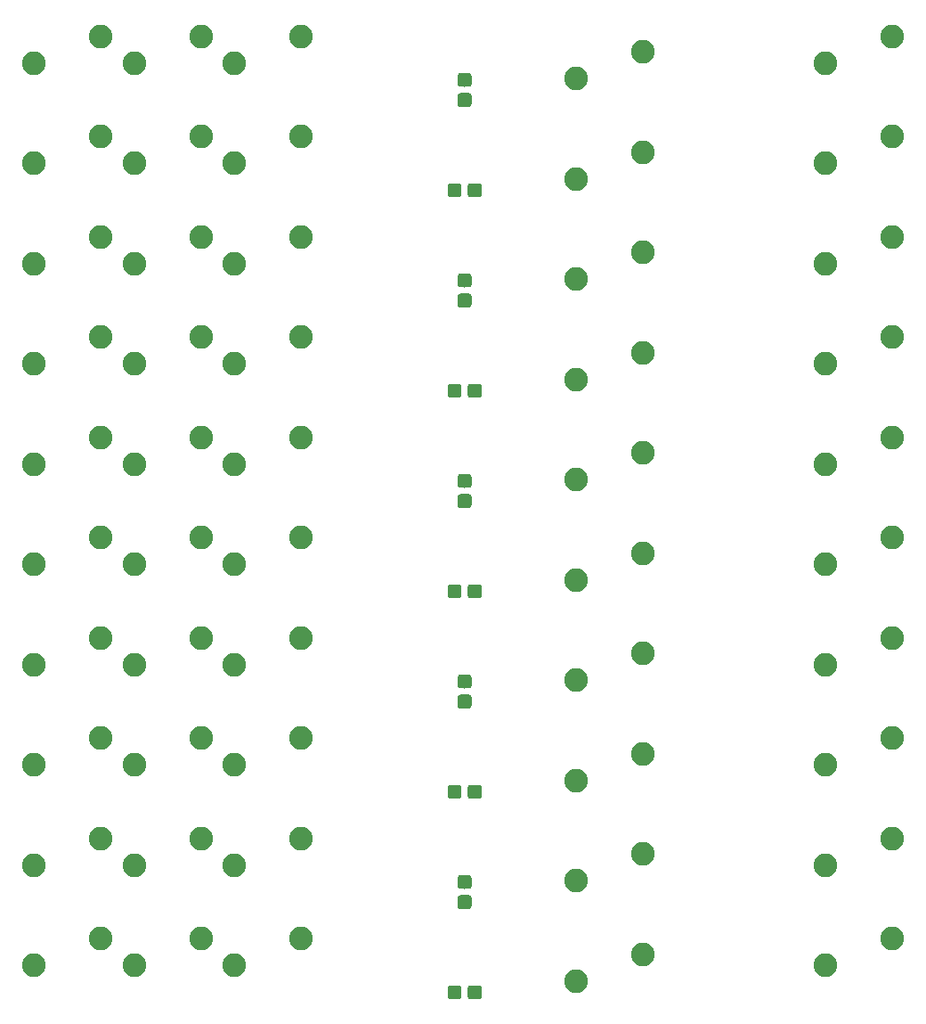
<source format=gbr>
G04 #@! TF.GenerationSoftware,KiCad,Pcbnew,(5.1.4)-1*
G04 #@! TF.CreationDate,2019-09-06T01:52:25-07:00*
G04 #@! TF.ProjectId,testing footprints,74657374-696e-4672-9066-6f6f74707269,rev?*
G04 #@! TF.SameCoordinates,Original*
G04 #@! TF.FileFunction,Copper,L1,Top*
G04 #@! TF.FilePolarity,Positive*
%FSLAX46Y46*%
G04 Gerber Fmt 4.6, Leading zero omitted, Abs format (unit mm)*
G04 Created by KiCad (PCBNEW (5.1.4)-1) date 2019-09-06 01:52:25*
%MOMM*%
%LPD*%
G04 APERTURE LIST*
%ADD10C,2.250000*%
%ADD11C,0.100000*%
%ADD12C,1.300000*%
G04 APERTURE END LIST*
D10*
X13015000Y-4445000D03*
X6665000Y-6985000D03*
X32065000Y-4445000D03*
X25715000Y-6985000D03*
X16190000Y-6985000D03*
X22540000Y-4445000D03*
X22540000Y-90170000D03*
X16190000Y-92710000D03*
X25715000Y-92710000D03*
X32065000Y-90170000D03*
X6665000Y-92710000D03*
X13015000Y-90170000D03*
X13015000Y-80645000D03*
X6665000Y-83185000D03*
X32065000Y-80645000D03*
X25715000Y-83185000D03*
X16190000Y-83185000D03*
X22540000Y-80645000D03*
X13015000Y-71120000D03*
X6665000Y-73660000D03*
X32065000Y-71120000D03*
X25715000Y-73660000D03*
X16190000Y-73660000D03*
X22540000Y-71120000D03*
X22540000Y-61595000D03*
X16190000Y-64135000D03*
X25715000Y-64135000D03*
X32065000Y-61595000D03*
X6665000Y-64135000D03*
X13015000Y-61595000D03*
X22540000Y-52070000D03*
X16190000Y-54610000D03*
X25715000Y-54610000D03*
X32065000Y-52070000D03*
X6665000Y-54610000D03*
X13015000Y-52070000D03*
X13015000Y-42545000D03*
X6665000Y-45085000D03*
X32065000Y-42545000D03*
X25715000Y-45085000D03*
X16190000Y-45085000D03*
X22540000Y-42545000D03*
X13015000Y-33020000D03*
X6665000Y-35560000D03*
X32065000Y-33020000D03*
X25715000Y-35560000D03*
X16190000Y-35560000D03*
X22540000Y-33020000D03*
X22540000Y-23495000D03*
X16190000Y-26035000D03*
X25715000Y-26035000D03*
X32065000Y-23495000D03*
X6665000Y-26035000D03*
X13015000Y-23495000D03*
X22540000Y-13970000D03*
X16190000Y-16510000D03*
X25715000Y-16510000D03*
X32065000Y-13970000D03*
X6665000Y-16510000D03*
X13015000Y-13970000D03*
X64540000Y-91645000D03*
X58190000Y-94185000D03*
X58190000Y-75135000D03*
X64540000Y-72595000D03*
X64540000Y-53545000D03*
X58190000Y-56085000D03*
X58190000Y-17985000D03*
X64540000Y-15445000D03*
X64540000Y-34495000D03*
X58190000Y-37035000D03*
X58190000Y-84660000D03*
X64540000Y-82120000D03*
X64540000Y-5920000D03*
X58190000Y-8460000D03*
X64540000Y-24970000D03*
X58190000Y-27510000D03*
X64540000Y-63070000D03*
X58190000Y-65610000D03*
X58190000Y-46560000D03*
X64540000Y-44020000D03*
X81915000Y-92710000D03*
X88265000Y-90170000D03*
X88265000Y-71120000D03*
X81915000Y-73660000D03*
X81915000Y-54610000D03*
X88265000Y-52070000D03*
X81915000Y-35560000D03*
X88265000Y-33020000D03*
X88265000Y-13970000D03*
X81915000Y-16510000D03*
D11*
G36*
X47099504Y-94601204D02*
G01*
X47123773Y-94604804D01*
X47147571Y-94610765D01*
X47170671Y-94619030D01*
X47192849Y-94629520D01*
X47213893Y-94642133D01*
X47233598Y-94656747D01*
X47251777Y-94673223D01*
X47268253Y-94691402D01*
X47282867Y-94711107D01*
X47295480Y-94732151D01*
X47305970Y-94754329D01*
X47314235Y-94777429D01*
X47320196Y-94801227D01*
X47323796Y-94825496D01*
X47325000Y-94850000D01*
X47325000Y-95650000D01*
X47323796Y-95674504D01*
X47320196Y-95698773D01*
X47314235Y-95722571D01*
X47305970Y-95745671D01*
X47295480Y-95767849D01*
X47282867Y-95788893D01*
X47268253Y-95808598D01*
X47251777Y-95826777D01*
X47233598Y-95843253D01*
X47213893Y-95857867D01*
X47192849Y-95870480D01*
X47170671Y-95880970D01*
X47147571Y-95889235D01*
X47123773Y-95895196D01*
X47099504Y-95898796D01*
X47075000Y-95900000D01*
X46250000Y-95900000D01*
X46225496Y-95898796D01*
X46201227Y-95895196D01*
X46177429Y-95889235D01*
X46154329Y-95880970D01*
X46132151Y-95870480D01*
X46111107Y-95857867D01*
X46091402Y-95843253D01*
X46073223Y-95826777D01*
X46056747Y-95808598D01*
X46042133Y-95788893D01*
X46029520Y-95767849D01*
X46019030Y-95745671D01*
X46010765Y-95722571D01*
X46004804Y-95698773D01*
X46001204Y-95674504D01*
X46000000Y-95650000D01*
X46000000Y-94850000D01*
X46001204Y-94825496D01*
X46004804Y-94801227D01*
X46010765Y-94777429D01*
X46019030Y-94754329D01*
X46029520Y-94732151D01*
X46042133Y-94711107D01*
X46056747Y-94691402D01*
X46073223Y-94673223D01*
X46091402Y-94656747D01*
X46111107Y-94642133D01*
X46132151Y-94629520D01*
X46154329Y-94619030D01*
X46177429Y-94610765D01*
X46201227Y-94604804D01*
X46225496Y-94601204D01*
X46250000Y-94600000D01*
X47075000Y-94600000D01*
X47099504Y-94601204D01*
X47099504Y-94601204D01*
G37*
D12*
X46662500Y-95250000D03*
D11*
G36*
X49024504Y-94601204D02*
G01*
X49048773Y-94604804D01*
X49072571Y-94610765D01*
X49095671Y-94619030D01*
X49117849Y-94629520D01*
X49138893Y-94642133D01*
X49158598Y-94656747D01*
X49176777Y-94673223D01*
X49193253Y-94691402D01*
X49207867Y-94711107D01*
X49220480Y-94732151D01*
X49230970Y-94754329D01*
X49239235Y-94777429D01*
X49245196Y-94801227D01*
X49248796Y-94825496D01*
X49250000Y-94850000D01*
X49250000Y-95650000D01*
X49248796Y-95674504D01*
X49245196Y-95698773D01*
X49239235Y-95722571D01*
X49230970Y-95745671D01*
X49220480Y-95767849D01*
X49207867Y-95788893D01*
X49193253Y-95808598D01*
X49176777Y-95826777D01*
X49158598Y-95843253D01*
X49138893Y-95857867D01*
X49117849Y-95870480D01*
X49095671Y-95880970D01*
X49072571Y-95889235D01*
X49048773Y-95895196D01*
X49024504Y-95898796D01*
X49000000Y-95900000D01*
X48175000Y-95900000D01*
X48150496Y-95898796D01*
X48126227Y-95895196D01*
X48102429Y-95889235D01*
X48079329Y-95880970D01*
X48057151Y-95870480D01*
X48036107Y-95857867D01*
X48016402Y-95843253D01*
X47998223Y-95826777D01*
X47981747Y-95808598D01*
X47967133Y-95788893D01*
X47954520Y-95767849D01*
X47944030Y-95745671D01*
X47935765Y-95722571D01*
X47929804Y-95698773D01*
X47926204Y-95674504D01*
X47925000Y-95650000D01*
X47925000Y-94850000D01*
X47926204Y-94825496D01*
X47929804Y-94801227D01*
X47935765Y-94777429D01*
X47944030Y-94754329D01*
X47954520Y-94732151D01*
X47967133Y-94711107D01*
X47981747Y-94691402D01*
X47998223Y-94673223D01*
X48016402Y-94656747D01*
X48036107Y-94642133D01*
X48057151Y-94629520D01*
X48079329Y-94619030D01*
X48102429Y-94610765D01*
X48126227Y-94604804D01*
X48150496Y-94601204D01*
X48175000Y-94600000D01*
X49000000Y-94600000D01*
X49024504Y-94601204D01*
X49024504Y-94601204D01*
G37*
D12*
X48587500Y-95250000D03*
D11*
G36*
X48049504Y-66976204D02*
G01*
X48073773Y-66979804D01*
X48097571Y-66985765D01*
X48120671Y-66994030D01*
X48142849Y-67004520D01*
X48163893Y-67017133D01*
X48183598Y-67031747D01*
X48201777Y-67048223D01*
X48218253Y-67066402D01*
X48232867Y-67086107D01*
X48245480Y-67107151D01*
X48255970Y-67129329D01*
X48264235Y-67152429D01*
X48270196Y-67176227D01*
X48273796Y-67200496D01*
X48275000Y-67225000D01*
X48275000Y-68050000D01*
X48273796Y-68074504D01*
X48270196Y-68098773D01*
X48264235Y-68122571D01*
X48255970Y-68145671D01*
X48245480Y-68167849D01*
X48232867Y-68188893D01*
X48218253Y-68208598D01*
X48201777Y-68226777D01*
X48183598Y-68243253D01*
X48163893Y-68257867D01*
X48142849Y-68270480D01*
X48120671Y-68280970D01*
X48097571Y-68289235D01*
X48073773Y-68295196D01*
X48049504Y-68298796D01*
X48025000Y-68300000D01*
X47225000Y-68300000D01*
X47200496Y-68298796D01*
X47176227Y-68295196D01*
X47152429Y-68289235D01*
X47129329Y-68280970D01*
X47107151Y-68270480D01*
X47086107Y-68257867D01*
X47066402Y-68243253D01*
X47048223Y-68226777D01*
X47031747Y-68208598D01*
X47017133Y-68188893D01*
X47004520Y-68167849D01*
X46994030Y-68145671D01*
X46985765Y-68122571D01*
X46979804Y-68098773D01*
X46976204Y-68074504D01*
X46975000Y-68050000D01*
X46975000Y-67225000D01*
X46976204Y-67200496D01*
X46979804Y-67176227D01*
X46985765Y-67152429D01*
X46994030Y-67129329D01*
X47004520Y-67107151D01*
X47017133Y-67086107D01*
X47031747Y-67066402D01*
X47048223Y-67048223D01*
X47066402Y-67031747D01*
X47086107Y-67017133D01*
X47107151Y-67004520D01*
X47129329Y-66994030D01*
X47152429Y-66985765D01*
X47176227Y-66979804D01*
X47200496Y-66976204D01*
X47225000Y-66975000D01*
X48025000Y-66975000D01*
X48049504Y-66976204D01*
X48049504Y-66976204D01*
G37*
D12*
X47625000Y-67637500D03*
D11*
G36*
X48049504Y-65051204D02*
G01*
X48073773Y-65054804D01*
X48097571Y-65060765D01*
X48120671Y-65069030D01*
X48142849Y-65079520D01*
X48163893Y-65092133D01*
X48183598Y-65106747D01*
X48201777Y-65123223D01*
X48218253Y-65141402D01*
X48232867Y-65161107D01*
X48245480Y-65182151D01*
X48255970Y-65204329D01*
X48264235Y-65227429D01*
X48270196Y-65251227D01*
X48273796Y-65275496D01*
X48275000Y-65300000D01*
X48275000Y-66125000D01*
X48273796Y-66149504D01*
X48270196Y-66173773D01*
X48264235Y-66197571D01*
X48255970Y-66220671D01*
X48245480Y-66242849D01*
X48232867Y-66263893D01*
X48218253Y-66283598D01*
X48201777Y-66301777D01*
X48183598Y-66318253D01*
X48163893Y-66332867D01*
X48142849Y-66345480D01*
X48120671Y-66355970D01*
X48097571Y-66364235D01*
X48073773Y-66370196D01*
X48049504Y-66373796D01*
X48025000Y-66375000D01*
X47225000Y-66375000D01*
X47200496Y-66373796D01*
X47176227Y-66370196D01*
X47152429Y-66364235D01*
X47129329Y-66355970D01*
X47107151Y-66345480D01*
X47086107Y-66332867D01*
X47066402Y-66318253D01*
X47048223Y-66301777D01*
X47031747Y-66283598D01*
X47017133Y-66263893D01*
X47004520Y-66242849D01*
X46994030Y-66220671D01*
X46985765Y-66197571D01*
X46979804Y-66173773D01*
X46976204Y-66149504D01*
X46975000Y-66125000D01*
X46975000Y-65300000D01*
X46976204Y-65275496D01*
X46979804Y-65251227D01*
X46985765Y-65227429D01*
X46994030Y-65204329D01*
X47004520Y-65182151D01*
X47017133Y-65161107D01*
X47031747Y-65141402D01*
X47048223Y-65123223D01*
X47066402Y-65106747D01*
X47086107Y-65092133D01*
X47107151Y-65079520D01*
X47129329Y-65069030D01*
X47152429Y-65060765D01*
X47176227Y-65054804D01*
X47200496Y-65051204D01*
X47225000Y-65050000D01*
X48025000Y-65050000D01*
X48049504Y-65051204D01*
X48049504Y-65051204D01*
G37*
D12*
X47625000Y-65712500D03*
D11*
G36*
X47099504Y-56501204D02*
G01*
X47123773Y-56504804D01*
X47147571Y-56510765D01*
X47170671Y-56519030D01*
X47192849Y-56529520D01*
X47213893Y-56542133D01*
X47233598Y-56556747D01*
X47251777Y-56573223D01*
X47268253Y-56591402D01*
X47282867Y-56611107D01*
X47295480Y-56632151D01*
X47305970Y-56654329D01*
X47314235Y-56677429D01*
X47320196Y-56701227D01*
X47323796Y-56725496D01*
X47325000Y-56750000D01*
X47325000Y-57550000D01*
X47323796Y-57574504D01*
X47320196Y-57598773D01*
X47314235Y-57622571D01*
X47305970Y-57645671D01*
X47295480Y-57667849D01*
X47282867Y-57688893D01*
X47268253Y-57708598D01*
X47251777Y-57726777D01*
X47233598Y-57743253D01*
X47213893Y-57757867D01*
X47192849Y-57770480D01*
X47170671Y-57780970D01*
X47147571Y-57789235D01*
X47123773Y-57795196D01*
X47099504Y-57798796D01*
X47075000Y-57800000D01*
X46250000Y-57800000D01*
X46225496Y-57798796D01*
X46201227Y-57795196D01*
X46177429Y-57789235D01*
X46154329Y-57780970D01*
X46132151Y-57770480D01*
X46111107Y-57757867D01*
X46091402Y-57743253D01*
X46073223Y-57726777D01*
X46056747Y-57708598D01*
X46042133Y-57688893D01*
X46029520Y-57667849D01*
X46019030Y-57645671D01*
X46010765Y-57622571D01*
X46004804Y-57598773D01*
X46001204Y-57574504D01*
X46000000Y-57550000D01*
X46000000Y-56750000D01*
X46001204Y-56725496D01*
X46004804Y-56701227D01*
X46010765Y-56677429D01*
X46019030Y-56654329D01*
X46029520Y-56632151D01*
X46042133Y-56611107D01*
X46056747Y-56591402D01*
X46073223Y-56573223D01*
X46091402Y-56556747D01*
X46111107Y-56542133D01*
X46132151Y-56529520D01*
X46154329Y-56519030D01*
X46177429Y-56510765D01*
X46201227Y-56504804D01*
X46225496Y-56501204D01*
X46250000Y-56500000D01*
X47075000Y-56500000D01*
X47099504Y-56501204D01*
X47099504Y-56501204D01*
G37*
D12*
X46662500Y-57150000D03*
D11*
G36*
X49024504Y-56501204D02*
G01*
X49048773Y-56504804D01*
X49072571Y-56510765D01*
X49095671Y-56519030D01*
X49117849Y-56529520D01*
X49138893Y-56542133D01*
X49158598Y-56556747D01*
X49176777Y-56573223D01*
X49193253Y-56591402D01*
X49207867Y-56611107D01*
X49220480Y-56632151D01*
X49230970Y-56654329D01*
X49239235Y-56677429D01*
X49245196Y-56701227D01*
X49248796Y-56725496D01*
X49250000Y-56750000D01*
X49250000Y-57550000D01*
X49248796Y-57574504D01*
X49245196Y-57598773D01*
X49239235Y-57622571D01*
X49230970Y-57645671D01*
X49220480Y-57667849D01*
X49207867Y-57688893D01*
X49193253Y-57708598D01*
X49176777Y-57726777D01*
X49158598Y-57743253D01*
X49138893Y-57757867D01*
X49117849Y-57770480D01*
X49095671Y-57780970D01*
X49072571Y-57789235D01*
X49048773Y-57795196D01*
X49024504Y-57798796D01*
X49000000Y-57800000D01*
X48175000Y-57800000D01*
X48150496Y-57798796D01*
X48126227Y-57795196D01*
X48102429Y-57789235D01*
X48079329Y-57780970D01*
X48057151Y-57770480D01*
X48036107Y-57757867D01*
X48016402Y-57743253D01*
X47998223Y-57726777D01*
X47981747Y-57708598D01*
X47967133Y-57688893D01*
X47954520Y-57667849D01*
X47944030Y-57645671D01*
X47935765Y-57622571D01*
X47929804Y-57598773D01*
X47926204Y-57574504D01*
X47925000Y-57550000D01*
X47925000Y-56750000D01*
X47926204Y-56725496D01*
X47929804Y-56701227D01*
X47935765Y-56677429D01*
X47944030Y-56654329D01*
X47954520Y-56632151D01*
X47967133Y-56611107D01*
X47981747Y-56591402D01*
X47998223Y-56573223D01*
X48016402Y-56556747D01*
X48036107Y-56542133D01*
X48057151Y-56529520D01*
X48079329Y-56519030D01*
X48102429Y-56510765D01*
X48126227Y-56504804D01*
X48150496Y-56501204D01*
X48175000Y-56500000D01*
X49000000Y-56500000D01*
X49024504Y-56501204D01*
X49024504Y-56501204D01*
G37*
D12*
X48587500Y-57150000D03*
D11*
G36*
X49024504Y-37451204D02*
G01*
X49048773Y-37454804D01*
X49072571Y-37460765D01*
X49095671Y-37469030D01*
X49117849Y-37479520D01*
X49138893Y-37492133D01*
X49158598Y-37506747D01*
X49176777Y-37523223D01*
X49193253Y-37541402D01*
X49207867Y-37561107D01*
X49220480Y-37582151D01*
X49230970Y-37604329D01*
X49239235Y-37627429D01*
X49245196Y-37651227D01*
X49248796Y-37675496D01*
X49250000Y-37700000D01*
X49250000Y-38500000D01*
X49248796Y-38524504D01*
X49245196Y-38548773D01*
X49239235Y-38572571D01*
X49230970Y-38595671D01*
X49220480Y-38617849D01*
X49207867Y-38638893D01*
X49193253Y-38658598D01*
X49176777Y-38676777D01*
X49158598Y-38693253D01*
X49138893Y-38707867D01*
X49117849Y-38720480D01*
X49095671Y-38730970D01*
X49072571Y-38739235D01*
X49048773Y-38745196D01*
X49024504Y-38748796D01*
X49000000Y-38750000D01*
X48175000Y-38750000D01*
X48150496Y-38748796D01*
X48126227Y-38745196D01*
X48102429Y-38739235D01*
X48079329Y-38730970D01*
X48057151Y-38720480D01*
X48036107Y-38707867D01*
X48016402Y-38693253D01*
X47998223Y-38676777D01*
X47981747Y-38658598D01*
X47967133Y-38638893D01*
X47954520Y-38617849D01*
X47944030Y-38595671D01*
X47935765Y-38572571D01*
X47929804Y-38548773D01*
X47926204Y-38524504D01*
X47925000Y-38500000D01*
X47925000Y-37700000D01*
X47926204Y-37675496D01*
X47929804Y-37651227D01*
X47935765Y-37627429D01*
X47944030Y-37604329D01*
X47954520Y-37582151D01*
X47967133Y-37561107D01*
X47981747Y-37541402D01*
X47998223Y-37523223D01*
X48016402Y-37506747D01*
X48036107Y-37492133D01*
X48057151Y-37479520D01*
X48079329Y-37469030D01*
X48102429Y-37460765D01*
X48126227Y-37454804D01*
X48150496Y-37451204D01*
X48175000Y-37450000D01*
X49000000Y-37450000D01*
X49024504Y-37451204D01*
X49024504Y-37451204D01*
G37*
D12*
X48587500Y-38100000D03*
D11*
G36*
X47099504Y-37451204D02*
G01*
X47123773Y-37454804D01*
X47147571Y-37460765D01*
X47170671Y-37469030D01*
X47192849Y-37479520D01*
X47213893Y-37492133D01*
X47233598Y-37506747D01*
X47251777Y-37523223D01*
X47268253Y-37541402D01*
X47282867Y-37561107D01*
X47295480Y-37582151D01*
X47305970Y-37604329D01*
X47314235Y-37627429D01*
X47320196Y-37651227D01*
X47323796Y-37675496D01*
X47325000Y-37700000D01*
X47325000Y-38500000D01*
X47323796Y-38524504D01*
X47320196Y-38548773D01*
X47314235Y-38572571D01*
X47305970Y-38595671D01*
X47295480Y-38617849D01*
X47282867Y-38638893D01*
X47268253Y-38658598D01*
X47251777Y-38676777D01*
X47233598Y-38693253D01*
X47213893Y-38707867D01*
X47192849Y-38720480D01*
X47170671Y-38730970D01*
X47147571Y-38739235D01*
X47123773Y-38745196D01*
X47099504Y-38748796D01*
X47075000Y-38750000D01*
X46250000Y-38750000D01*
X46225496Y-38748796D01*
X46201227Y-38745196D01*
X46177429Y-38739235D01*
X46154329Y-38730970D01*
X46132151Y-38720480D01*
X46111107Y-38707867D01*
X46091402Y-38693253D01*
X46073223Y-38676777D01*
X46056747Y-38658598D01*
X46042133Y-38638893D01*
X46029520Y-38617849D01*
X46019030Y-38595671D01*
X46010765Y-38572571D01*
X46004804Y-38548773D01*
X46001204Y-38524504D01*
X46000000Y-38500000D01*
X46000000Y-37700000D01*
X46001204Y-37675496D01*
X46004804Y-37651227D01*
X46010765Y-37627429D01*
X46019030Y-37604329D01*
X46029520Y-37582151D01*
X46042133Y-37561107D01*
X46056747Y-37541402D01*
X46073223Y-37523223D01*
X46091402Y-37506747D01*
X46111107Y-37492133D01*
X46132151Y-37479520D01*
X46154329Y-37469030D01*
X46177429Y-37460765D01*
X46201227Y-37454804D01*
X46225496Y-37451204D01*
X46250000Y-37450000D01*
X47075000Y-37450000D01*
X47099504Y-37451204D01*
X47099504Y-37451204D01*
G37*
D12*
X46662500Y-38100000D03*
D11*
G36*
X47099504Y-18401204D02*
G01*
X47123773Y-18404804D01*
X47147571Y-18410765D01*
X47170671Y-18419030D01*
X47192849Y-18429520D01*
X47213893Y-18442133D01*
X47233598Y-18456747D01*
X47251777Y-18473223D01*
X47268253Y-18491402D01*
X47282867Y-18511107D01*
X47295480Y-18532151D01*
X47305970Y-18554329D01*
X47314235Y-18577429D01*
X47320196Y-18601227D01*
X47323796Y-18625496D01*
X47325000Y-18650000D01*
X47325000Y-19450000D01*
X47323796Y-19474504D01*
X47320196Y-19498773D01*
X47314235Y-19522571D01*
X47305970Y-19545671D01*
X47295480Y-19567849D01*
X47282867Y-19588893D01*
X47268253Y-19608598D01*
X47251777Y-19626777D01*
X47233598Y-19643253D01*
X47213893Y-19657867D01*
X47192849Y-19670480D01*
X47170671Y-19680970D01*
X47147571Y-19689235D01*
X47123773Y-19695196D01*
X47099504Y-19698796D01*
X47075000Y-19700000D01*
X46250000Y-19700000D01*
X46225496Y-19698796D01*
X46201227Y-19695196D01*
X46177429Y-19689235D01*
X46154329Y-19680970D01*
X46132151Y-19670480D01*
X46111107Y-19657867D01*
X46091402Y-19643253D01*
X46073223Y-19626777D01*
X46056747Y-19608598D01*
X46042133Y-19588893D01*
X46029520Y-19567849D01*
X46019030Y-19545671D01*
X46010765Y-19522571D01*
X46004804Y-19498773D01*
X46001204Y-19474504D01*
X46000000Y-19450000D01*
X46000000Y-18650000D01*
X46001204Y-18625496D01*
X46004804Y-18601227D01*
X46010765Y-18577429D01*
X46019030Y-18554329D01*
X46029520Y-18532151D01*
X46042133Y-18511107D01*
X46056747Y-18491402D01*
X46073223Y-18473223D01*
X46091402Y-18456747D01*
X46111107Y-18442133D01*
X46132151Y-18429520D01*
X46154329Y-18419030D01*
X46177429Y-18410765D01*
X46201227Y-18404804D01*
X46225496Y-18401204D01*
X46250000Y-18400000D01*
X47075000Y-18400000D01*
X47099504Y-18401204D01*
X47099504Y-18401204D01*
G37*
D12*
X46662500Y-19050000D03*
D11*
G36*
X49024504Y-18401204D02*
G01*
X49048773Y-18404804D01*
X49072571Y-18410765D01*
X49095671Y-18419030D01*
X49117849Y-18429520D01*
X49138893Y-18442133D01*
X49158598Y-18456747D01*
X49176777Y-18473223D01*
X49193253Y-18491402D01*
X49207867Y-18511107D01*
X49220480Y-18532151D01*
X49230970Y-18554329D01*
X49239235Y-18577429D01*
X49245196Y-18601227D01*
X49248796Y-18625496D01*
X49250000Y-18650000D01*
X49250000Y-19450000D01*
X49248796Y-19474504D01*
X49245196Y-19498773D01*
X49239235Y-19522571D01*
X49230970Y-19545671D01*
X49220480Y-19567849D01*
X49207867Y-19588893D01*
X49193253Y-19608598D01*
X49176777Y-19626777D01*
X49158598Y-19643253D01*
X49138893Y-19657867D01*
X49117849Y-19670480D01*
X49095671Y-19680970D01*
X49072571Y-19689235D01*
X49048773Y-19695196D01*
X49024504Y-19698796D01*
X49000000Y-19700000D01*
X48175000Y-19700000D01*
X48150496Y-19698796D01*
X48126227Y-19695196D01*
X48102429Y-19689235D01*
X48079329Y-19680970D01*
X48057151Y-19670480D01*
X48036107Y-19657867D01*
X48016402Y-19643253D01*
X47998223Y-19626777D01*
X47981747Y-19608598D01*
X47967133Y-19588893D01*
X47954520Y-19567849D01*
X47944030Y-19545671D01*
X47935765Y-19522571D01*
X47929804Y-19498773D01*
X47926204Y-19474504D01*
X47925000Y-19450000D01*
X47925000Y-18650000D01*
X47926204Y-18625496D01*
X47929804Y-18601227D01*
X47935765Y-18577429D01*
X47944030Y-18554329D01*
X47954520Y-18532151D01*
X47967133Y-18511107D01*
X47981747Y-18491402D01*
X47998223Y-18473223D01*
X48016402Y-18456747D01*
X48036107Y-18442133D01*
X48057151Y-18429520D01*
X48079329Y-18419030D01*
X48102429Y-18410765D01*
X48126227Y-18404804D01*
X48150496Y-18401204D01*
X48175000Y-18400000D01*
X49000000Y-18400000D01*
X49024504Y-18401204D01*
X49024504Y-18401204D01*
G37*
D12*
X48587500Y-19050000D03*
D11*
G36*
X48049504Y-86026204D02*
G01*
X48073773Y-86029804D01*
X48097571Y-86035765D01*
X48120671Y-86044030D01*
X48142849Y-86054520D01*
X48163893Y-86067133D01*
X48183598Y-86081747D01*
X48201777Y-86098223D01*
X48218253Y-86116402D01*
X48232867Y-86136107D01*
X48245480Y-86157151D01*
X48255970Y-86179329D01*
X48264235Y-86202429D01*
X48270196Y-86226227D01*
X48273796Y-86250496D01*
X48275000Y-86275000D01*
X48275000Y-87100000D01*
X48273796Y-87124504D01*
X48270196Y-87148773D01*
X48264235Y-87172571D01*
X48255970Y-87195671D01*
X48245480Y-87217849D01*
X48232867Y-87238893D01*
X48218253Y-87258598D01*
X48201777Y-87276777D01*
X48183598Y-87293253D01*
X48163893Y-87307867D01*
X48142849Y-87320480D01*
X48120671Y-87330970D01*
X48097571Y-87339235D01*
X48073773Y-87345196D01*
X48049504Y-87348796D01*
X48025000Y-87350000D01*
X47225000Y-87350000D01*
X47200496Y-87348796D01*
X47176227Y-87345196D01*
X47152429Y-87339235D01*
X47129329Y-87330970D01*
X47107151Y-87320480D01*
X47086107Y-87307867D01*
X47066402Y-87293253D01*
X47048223Y-87276777D01*
X47031747Y-87258598D01*
X47017133Y-87238893D01*
X47004520Y-87217849D01*
X46994030Y-87195671D01*
X46985765Y-87172571D01*
X46979804Y-87148773D01*
X46976204Y-87124504D01*
X46975000Y-87100000D01*
X46975000Y-86275000D01*
X46976204Y-86250496D01*
X46979804Y-86226227D01*
X46985765Y-86202429D01*
X46994030Y-86179329D01*
X47004520Y-86157151D01*
X47017133Y-86136107D01*
X47031747Y-86116402D01*
X47048223Y-86098223D01*
X47066402Y-86081747D01*
X47086107Y-86067133D01*
X47107151Y-86054520D01*
X47129329Y-86044030D01*
X47152429Y-86035765D01*
X47176227Y-86029804D01*
X47200496Y-86026204D01*
X47225000Y-86025000D01*
X48025000Y-86025000D01*
X48049504Y-86026204D01*
X48049504Y-86026204D01*
G37*
D12*
X47625000Y-86687500D03*
D11*
G36*
X48049504Y-84101204D02*
G01*
X48073773Y-84104804D01*
X48097571Y-84110765D01*
X48120671Y-84119030D01*
X48142849Y-84129520D01*
X48163893Y-84142133D01*
X48183598Y-84156747D01*
X48201777Y-84173223D01*
X48218253Y-84191402D01*
X48232867Y-84211107D01*
X48245480Y-84232151D01*
X48255970Y-84254329D01*
X48264235Y-84277429D01*
X48270196Y-84301227D01*
X48273796Y-84325496D01*
X48275000Y-84350000D01*
X48275000Y-85175000D01*
X48273796Y-85199504D01*
X48270196Y-85223773D01*
X48264235Y-85247571D01*
X48255970Y-85270671D01*
X48245480Y-85292849D01*
X48232867Y-85313893D01*
X48218253Y-85333598D01*
X48201777Y-85351777D01*
X48183598Y-85368253D01*
X48163893Y-85382867D01*
X48142849Y-85395480D01*
X48120671Y-85405970D01*
X48097571Y-85414235D01*
X48073773Y-85420196D01*
X48049504Y-85423796D01*
X48025000Y-85425000D01*
X47225000Y-85425000D01*
X47200496Y-85423796D01*
X47176227Y-85420196D01*
X47152429Y-85414235D01*
X47129329Y-85405970D01*
X47107151Y-85395480D01*
X47086107Y-85382867D01*
X47066402Y-85368253D01*
X47048223Y-85351777D01*
X47031747Y-85333598D01*
X47017133Y-85313893D01*
X47004520Y-85292849D01*
X46994030Y-85270671D01*
X46985765Y-85247571D01*
X46979804Y-85223773D01*
X46976204Y-85199504D01*
X46975000Y-85175000D01*
X46975000Y-84350000D01*
X46976204Y-84325496D01*
X46979804Y-84301227D01*
X46985765Y-84277429D01*
X46994030Y-84254329D01*
X47004520Y-84232151D01*
X47017133Y-84211107D01*
X47031747Y-84191402D01*
X47048223Y-84173223D01*
X47066402Y-84156747D01*
X47086107Y-84142133D01*
X47107151Y-84129520D01*
X47129329Y-84119030D01*
X47152429Y-84110765D01*
X47176227Y-84104804D01*
X47200496Y-84101204D01*
X47225000Y-84100000D01*
X48025000Y-84100000D01*
X48049504Y-84101204D01*
X48049504Y-84101204D01*
G37*
D12*
X47625000Y-84762500D03*
D11*
G36*
X47099504Y-75551204D02*
G01*
X47123773Y-75554804D01*
X47147571Y-75560765D01*
X47170671Y-75569030D01*
X47192849Y-75579520D01*
X47213893Y-75592133D01*
X47233598Y-75606747D01*
X47251777Y-75623223D01*
X47268253Y-75641402D01*
X47282867Y-75661107D01*
X47295480Y-75682151D01*
X47305970Y-75704329D01*
X47314235Y-75727429D01*
X47320196Y-75751227D01*
X47323796Y-75775496D01*
X47325000Y-75800000D01*
X47325000Y-76600000D01*
X47323796Y-76624504D01*
X47320196Y-76648773D01*
X47314235Y-76672571D01*
X47305970Y-76695671D01*
X47295480Y-76717849D01*
X47282867Y-76738893D01*
X47268253Y-76758598D01*
X47251777Y-76776777D01*
X47233598Y-76793253D01*
X47213893Y-76807867D01*
X47192849Y-76820480D01*
X47170671Y-76830970D01*
X47147571Y-76839235D01*
X47123773Y-76845196D01*
X47099504Y-76848796D01*
X47075000Y-76850000D01*
X46250000Y-76850000D01*
X46225496Y-76848796D01*
X46201227Y-76845196D01*
X46177429Y-76839235D01*
X46154329Y-76830970D01*
X46132151Y-76820480D01*
X46111107Y-76807867D01*
X46091402Y-76793253D01*
X46073223Y-76776777D01*
X46056747Y-76758598D01*
X46042133Y-76738893D01*
X46029520Y-76717849D01*
X46019030Y-76695671D01*
X46010765Y-76672571D01*
X46004804Y-76648773D01*
X46001204Y-76624504D01*
X46000000Y-76600000D01*
X46000000Y-75800000D01*
X46001204Y-75775496D01*
X46004804Y-75751227D01*
X46010765Y-75727429D01*
X46019030Y-75704329D01*
X46029520Y-75682151D01*
X46042133Y-75661107D01*
X46056747Y-75641402D01*
X46073223Y-75623223D01*
X46091402Y-75606747D01*
X46111107Y-75592133D01*
X46132151Y-75579520D01*
X46154329Y-75569030D01*
X46177429Y-75560765D01*
X46201227Y-75554804D01*
X46225496Y-75551204D01*
X46250000Y-75550000D01*
X47075000Y-75550000D01*
X47099504Y-75551204D01*
X47099504Y-75551204D01*
G37*
D12*
X46662500Y-76200000D03*
D11*
G36*
X49024504Y-75551204D02*
G01*
X49048773Y-75554804D01*
X49072571Y-75560765D01*
X49095671Y-75569030D01*
X49117849Y-75579520D01*
X49138893Y-75592133D01*
X49158598Y-75606747D01*
X49176777Y-75623223D01*
X49193253Y-75641402D01*
X49207867Y-75661107D01*
X49220480Y-75682151D01*
X49230970Y-75704329D01*
X49239235Y-75727429D01*
X49245196Y-75751227D01*
X49248796Y-75775496D01*
X49250000Y-75800000D01*
X49250000Y-76600000D01*
X49248796Y-76624504D01*
X49245196Y-76648773D01*
X49239235Y-76672571D01*
X49230970Y-76695671D01*
X49220480Y-76717849D01*
X49207867Y-76738893D01*
X49193253Y-76758598D01*
X49176777Y-76776777D01*
X49158598Y-76793253D01*
X49138893Y-76807867D01*
X49117849Y-76820480D01*
X49095671Y-76830970D01*
X49072571Y-76839235D01*
X49048773Y-76845196D01*
X49024504Y-76848796D01*
X49000000Y-76850000D01*
X48175000Y-76850000D01*
X48150496Y-76848796D01*
X48126227Y-76845196D01*
X48102429Y-76839235D01*
X48079329Y-76830970D01*
X48057151Y-76820480D01*
X48036107Y-76807867D01*
X48016402Y-76793253D01*
X47998223Y-76776777D01*
X47981747Y-76758598D01*
X47967133Y-76738893D01*
X47954520Y-76717849D01*
X47944030Y-76695671D01*
X47935765Y-76672571D01*
X47929804Y-76648773D01*
X47926204Y-76624504D01*
X47925000Y-76600000D01*
X47925000Y-75800000D01*
X47926204Y-75775496D01*
X47929804Y-75751227D01*
X47935765Y-75727429D01*
X47944030Y-75704329D01*
X47954520Y-75682151D01*
X47967133Y-75661107D01*
X47981747Y-75641402D01*
X47998223Y-75623223D01*
X48016402Y-75606747D01*
X48036107Y-75592133D01*
X48057151Y-75579520D01*
X48079329Y-75569030D01*
X48102429Y-75560765D01*
X48126227Y-75554804D01*
X48150496Y-75551204D01*
X48175000Y-75550000D01*
X49000000Y-75550000D01*
X49024504Y-75551204D01*
X49024504Y-75551204D01*
G37*
D12*
X48587500Y-76200000D03*
D11*
G36*
X48049504Y-47926204D02*
G01*
X48073773Y-47929804D01*
X48097571Y-47935765D01*
X48120671Y-47944030D01*
X48142849Y-47954520D01*
X48163893Y-47967133D01*
X48183598Y-47981747D01*
X48201777Y-47998223D01*
X48218253Y-48016402D01*
X48232867Y-48036107D01*
X48245480Y-48057151D01*
X48255970Y-48079329D01*
X48264235Y-48102429D01*
X48270196Y-48126227D01*
X48273796Y-48150496D01*
X48275000Y-48175000D01*
X48275000Y-49000000D01*
X48273796Y-49024504D01*
X48270196Y-49048773D01*
X48264235Y-49072571D01*
X48255970Y-49095671D01*
X48245480Y-49117849D01*
X48232867Y-49138893D01*
X48218253Y-49158598D01*
X48201777Y-49176777D01*
X48183598Y-49193253D01*
X48163893Y-49207867D01*
X48142849Y-49220480D01*
X48120671Y-49230970D01*
X48097571Y-49239235D01*
X48073773Y-49245196D01*
X48049504Y-49248796D01*
X48025000Y-49250000D01*
X47225000Y-49250000D01*
X47200496Y-49248796D01*
X47176227Y-49245196D01*
X47152429Y-49239235D01*
X47129329Y-49230970D01*
X47107151Y-49220480D01*
X47086107Y-49207867D01*
X47066402Y-49193253D01*
X47048223Y-49176777D01*
X47031747Y-49158598D01*
X47017133Y-49138893D01*
X47004520Y-49117849D01*
X46994030Y-49095671D01*
X46985765Y-49072571D01*
X46979804Y-49048773D01*
X46976204Y-49024504D01*
X46975000Y-49000000D01*
X46975000Y-48175000D01*
X46976204Y-48150496D01*
X46979804Y-48126227D01*
X46985765Y-48102429D01*
X46994030Y-48079329D01*
X47004520Y-48057151D01*
X47017133Y-48036107D01*
X47031747Y-48016402D01*
X47048223Y-47998223D01*
X47066402Y-47981747D01*
X47086107Y-47967133D01*
X47107151Y-47954520D01*
X47129329Y-47944030D01*
X47152429Y-47935765D01*
X47176227Y-47929804D01*
X47200496Y-47926204D01*
X47225000Y-47925000D01*
X48025000Y-47925000D01*
X48049504Y-47926204D01*
X48049504Y-47926204D01*
G37*
D12*
X47625000Y-48587500D03*
D11*
G36*
X48049504Y-46001204D02*
G01*
X48073773Y-46004804D01*
X48097571Y-46010765D01*
X48120671Y-46019030D01*
X48142849Y-46029520D01*
X48163893Y-46042133D01*
X48183598Y-46056747D01*
X48201777Y-46073223D01*
X48218253Y-46091402D01*
X48232867Y-46111107D01*
X48245480Y-46132151D01*
X48255970Y-46154329D01*
X48264235Y-46177429D01*
X48270196Y-46201227D01*
X48273796Y-46225496D01*
X48275000Y-46250000D01*
X48275000Y-47075000D01*
X48273796Y-47099504D01*
X48270196Y-47123773D01*
X48264235Y-47147571D01*
X48255970Y-47170671D01*
X48245480Y-47192849D01*
X48232867Y-47213893D01*
X48218253Y-47233598D01*
X48201777Y-47251777D01*
X48183598Y-47268253D01*
X48163893Y-47282867D01*
X48142849Y-47295480D01*
X48120671Y-47305970D01*
X48097571Y-47314235D01*
X48073773Y-47320196D01*
X48049504Y-47323796D01*
X48025000Y-47325000D01*
X47225000Y-47325000D01*
X47200496Y-47323796D01*
X47176227Y-47320196D01*
X47152429Y-47314235D01*
X47129329Y-47305970D01*
X47107151Y-47295480D01*
X47086107Y-47282867D01*
X47066402Y-47268253D01*
X47048223Y-47251777D01*
X47031747Y-47233598D01*
X47017133Y-47213893D01*
X47004520Y-47192849D01*
X46994030Y-47170671D01*
X46985765Y-47147571D01*
X46979804Y-47123773D01*
X46976204Y-47099504D01*
X46975000Y-47075000D01*
X46975000Y-46250000D01*
X46976204Y-46225496D01*
X46979804Y-46201227D01*
X46985765Y-46177429D01*
X46994030Y-46154329D01*
X47004520Y-46132151D01*
X47017133Y-46111107D01*
X47031747Y-46091402D01*
X47048223Y-46073223D01*
X47066402Y-46056747D01*
X47086107Y-46042133D01*
X47107151Y-46029520D01*
X47129329Y-46019030D01*
X47152429Y-46010765D01*
X47176227Y-46004804D01*
X47200496Y-46001204D01*
X47225000Y-46000000D01*
X48025000Y-46000000D01*
X48049504Y-46001204D01*
X48049504Y-46001204D01*
G37*
D12*
X47625000Y-46662500D03*
D11*
G36*
X48049504Y-26951204D02*
G01*
X48073773Y-26954804D01*
X48097571Y-26960765D01*
X48120671Y-26969030D01*
X48142849Y-26979520D01*
X48163893Y-26992133D01*
X48183598Y-27006747D01*
X48201777Y-27023223D01*
X48218253Y-27041402D01*
X48232867Y-27061107D01*
X48245480Y-27082151D01*
X48255970Y-27104329D01*
X48264235Y-27127429D01*
X48270196Y-27151227D01*
X48273796Y-27175496D01*
X48275000Y-27200000D01*
X48275000Y-28025000D01*
X48273796Y-28049504D01*
X48270196Y-28073773D01*
X48264235Y-28097571D01*
X48255970Y-28120671D01*
X48245480Y-28142849D01*
X48232867Y-28163893D01*
X48218253Y-28183598D01*
X48201777Y-28201777D01*
X48183598Y-28218253D01*
X48163893Y-28232867D01*
X48142849Y-28245480D01*
X48120671Y-28255970D01*
X48097571Y-28264235D01*
X48073773Y-28270196D01*
X48049504Y-28273796D01*
X48025000Y-28275000D01*
X47225000Y-28275000D01*
X47200496Y-28273796D01*
X47176227Y-28270196D01*
X47152429Y-28264235D01*
X47129329Y-28255970D01*
X47107151Y-28245480D01*
X47086107Y-28232867D01*
X47066402Y-28218253D01*
X47048223Y-28201777D01*
X47031747Y-28183598D01*
X47017133Y-28163893D01*
X47004520Y-28142849D01*
X46994030Y-28120671D01*
X46985765Y-28097571D01*
X46979804Y-28073773D01*
X46976204Y-28049504D01*
X46975000Y-28025000D01*
X46975000Y-27200000D01*
X46976204Y-27175496D01*
X46979804Y-27151227D01*
X46985765Y-27127429D01*
X46994030Y-27104329D01*
X47004520Y-27082151D01*
X47017133Y-27061107D01*
X47031747Y-27041402D01*
X47048223Y-27023223D01*
X47066402Y-27006747D01*
X47086107Y-26992133D01*
X47107151Y-26979520D01*
X47129329Y-26969030D01*
X47152429Y-26960765D01*
X47176227Y-26954804D01*
X47200496Y-26951204D01*
X47225000Y-26950000D01*
X48025000Y-26950000D01*
X48049504Y-26951204D01*
X48049504Y-26951204D01*
G37*
D12*
X47625000Y-27612500D03*
D11*
G36*
X48049504Y-28876204D02*
G01*
X48073773Y-28879804D01*
X48097571Y-28885765D01*
X48120671Y-28894030D01*
X48142849Y-28904520D01*
X48163893Y-28917133D01*
X48183598Y-28931747D01*
X48201777Y-28948223D01*
X48218253Y-28966402D01*
X48232867Y-28986107D01*
X48245480Y-29007151D01*
X48255970Y-29029329D01*
X48264235Y-29052429D01*
X48270196Y-29076227D01*
X48273796Y-29100496D01*
X48275000Y-29125000D01*
X48275000Y-29950000D01*
X48273796Y-29974504D01*
X48270196Y-29998773D01*
X48264235Y-30022571D01*
X48255970Y-30045671D01*
X48245480Y-30067849D01*
X48232867Y-30088893D01*
X48218253Y-30108598D01*
X48201777Y-30126777D01*
X48183598Y-30143253D01*
X48163893Y-30157867D01*
X48142849Y-30170480D01*
X48120671Y-30180970D01*
X48097571Y-30189235D01*
X48073773Y-30195196D01*
X48049504Y-30198796D01*
X48025000Y-30200000D01*
X47225000Y-30200000D01*
X47200496Y-30198796D01*
X47176227Y-30195196D01*
X47152429Y-30189235D01*
X47129329Y-30180970D01*
X47107151Y-30170480D01*
X47086107Y-30157867D01*
X47066402Y-30143253D01*
X47048223Y-30126777D01*
X47031747Y-30108598D01*
X47017133Y-30088893D01*
X47004520Y-30067849D01*
X46994030Y-30045671D01*
X46985765Y-30022571D01*
X46979804Y-29998773D01*
X46976204Y-29974504D01*
X46975000Y-29950000D01*
X46975000Y-29125000D01*
X46976204Y-29100496D01*
X46979804Y-29076227D01*
X46985765Y-29052429D01*
X46994030Y-29029329D01*
X47004520Y-29007151D01*
X47017133Y-28986107D01*
X47031747Y-28966402D01*
X47048223Y-28948223D01*
X47066402Y-28931747D01*
X47086107Y-28917133D01*
X47107151Y-28904520D01*
X47129329Y-28894030D01*
X47152429Y-28885765D01*
X47176227Y-28879804D01*
X47200496Y-28876204D01*
X47225000Y-28875000D01*
X48025000Y-28875000D01*
X48049504Y-28876204D01*
X48049504Y-28876204D01*
G37*
D12*
X47625000Y-29537500D03*
D11*
G36*
X48049504Y-9826204D02*
G01*
X48073773Y-9829804D01*
X48097571Y-9835765D01*
X48120671Y-9844030D01*
X48142849Y-9854520D01*
X48163893Y-9867133D01*
X48183598Y-9881747D01*
X48201777Y-9898223D01*
X48218253Y-9916402D01*
X48232867Y-9936107D01*
X48245480Y-9957151D01*
X48255970Y-9979329D01*
X48264235Y-10002429D01*
X48270196Y-10026227D01*
X48273796Y-10050496D01*
X48275000Y-10075000D01*
X48275000Y-10900000D01*
X48273796Y-10924504D01*
X48270196Y-10948773D01*
X48264235Y-10972571D01*
X48255970Y-10995671D01*
X48245480Y-11017849D01*
X48232867Y-11038893D01*
X48218253Y-11058598D01*
X48201777Y-11076777D01*
X48183598Y-11093253D01*
X48163893Y-11107867D01*
X48142849Y-11120480D01*
X48120671Y-11130970D01*
X48097571Y-11139235D01*
X48073773Y-11145196D01*
X48049504Y-11148796D01*
X48025000Y-11150000D01*
X47225000Y-11150000D01*
X47200496Y-11148796D01*
X47176227Y-11145196D01*
X47152429Y-11139235D01*
X47129329Y-11130970D01*
X47107151Y-11120480D01*
X47086107Y-11107867D01*
X47066402Y-11093253D01*
X47048223Y-11076777D01*
X47031747Y-11058598D01*
X47017133Y-11038893D01*
X47004520Y-11017849D01*
X46994030Y-10995671D01*
X46985765Y-10972571D01*
X46979804Y-10948773D01*
X46976204Y-10924504D01*
X46975000Y-10900000D01*
X46975000Y-10075000D01*
X46976204Y-10050496D01*
X46979804Y-10026227D01*
X46985765Y-10002429D01*
X46994030Y-9979329D01*
X47004520Y-9957151D01*
X47017133Y-9936107D01*
X47031747Y-9916402D01*
X47048223Y-9898223D01*
X47066402Y-9881747D01*
X47086107Y-9867133D01*
X47107151Y-9854520D01*
X47129329Y-9844030D01*
X47152429Y-9835765D01*
X47176227Y-9829804D01*
X47200496Y-9826204D01*
X47225000Y-9825000D01*
X48025000Y-9825000D01*
X48049504Y-9826204D01*
X48049504Y-9826204D01*
G37*
D12*
X47625000Y-10487500D03*
D11*
G36*
X48049504Y-7901204D02*
G01*
X48073773Y-7904804D01*
X48097571Y-7910765D01*
X48120671Y-7919030D01*
X48142849Y-7929520D01*
X48163893Y-7942133D01*
X48183598Y-7956747D01*
X48201777Y-7973223D01*
X48218253Y-7991402D01*
X48232867Y-8011107D01*
X48245480Y-8032151D01*
X48255970Y-8054329D01*
X48264235Y-8077429D01*
X48270196Y-8101227D01*
X48273796Y-8125496D01*
X48275000Y-8150000D01*
X48275000Y-8975000D01*
X48273796Y-8999504D01*
X48270196Y-9023773D01*
X48264235Y-9047571D01*
X48255970Y-9070671D01*
X48245480Y-9092849D01*
X48232867Y-9113893D01*
X48218253Y-9133598D01*
X48201777Y-9151777D01*
X48183598Y-9168253D01*
X48163893Y-9182867D01*
X48142849Y-9195480D01*
X48120671Y-9205970D01*
X48097571Y-9214235D01*
X48073773Y-9220196D01*
X48049504Y-9223796D01*
X48025000Y-9225000D01*
X47225000Y-9225000D01*
X47200496Y-9223796D01*
X47176227Y-9220196D01*
X47152429Y-9214235D01*
X47129329Y-9205970D01*
X47107151Y-9195480D01*
X47086107Y-9182867D01*
X47066402Y-9168253D01*
X47048223Y-9151777D01*
X47031747Y-9133598D01*
X47017133Y-9113893D01*
X47004520Y-9092849D01*
X46994030Y-9070671D01*
X46985765Y-9047571D01*
X46979804Y-9023773D01*
X46976204Y-8999504D01*
X46975000Y-8975000D01*
X46975000Y-8150000D01*
X46976204Y-8125496D01*
X46979804Y-8101227D01*
X46985765Y-8077429D01*
X46994030Y-8054329D01*
X47004520Y-8032151D01*
X47017133Y-8011107D01*
X47031747Y-7991402D01*
X47048223Y-7973223D01*
X47066402Y-7956747D01*
X47086107Y-7942133D01*
X47107151Y-7929520D01*
X47129329Y-7919030D01*
X47152429Y-7910765D01*
X47176227Y-7904804D01*
X47200496Y-7901204D01*
X47225000Y-7900000D01*
X48025000Y-7900000D01*
X48049504Y-7901204D01*
X48049504Y-7901204D01*
G37*
D12*
X47625000Y-8562500D03*
D10*
X81915000Y-6985000D03*
X88265000Y-4445000D03*
X88265000Y-80645000D03*
X81915000Y-83185000D03*
X81915000Y-64135000D03*
X88265000Y-61595000D03*
X88265000Y-42545000D03*
X81915000Y-45085000D03*
X81915000Y-26035000D03*
X88265000Y-23495000D03*
M02*

</source>
